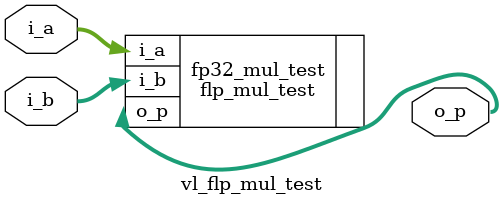
<source format=v>
/*
 * Copyright (c) 2020 The VxEngine Project. All rights reserved.
 *
 * Redistribution and use in source and binary forms, with or without
 * modification, are permitted provided that the following conditions
 * are met:
 * 1. Redistributions of source code must retain the above copyright
 *    notice, this list of conditions and the following disclaimer.
 * 2. Redistributions in binary form must reproduce the above copyright
 *    notice, this list of conditions and the following disclaimer in the
 *    documentation and/or other materials provided with the distribution.
 *
 * THIS SOFTWARE IS PROVIDED BY THE AUTHOR AND CONTRIBUTORS ``AS IS'' AND
 * ANY EXPRESS OR IMPLIED WARRANTIES, INCLUDING, BUT NOT LIMITED TO, THE
 * IMPLIED WARRANTIES OF MERCHANTABILITY AND FITNESS FOR A PARTICULAR PURPOSE
 * ARE DISCLAIMED.  IN NO EVENT SHALL THE AUTHOR OR CONTRIBUTORS BE LIABLE
 * FOR ANY DIRECT, INDIRECT, INCIDENTAL, SPECIAL, EXEMPLARY, OR CONSEQUENTIAL
 * DAMAGES (INCLUDING, BUT NOT LIMITED TO, PROCUREMENT OF SUBSTITUTE GOODS
 * OR SERVICES; LOSS OF USE, DATA, OR PROFITS; OR BUSINESS INTERRUPTION)
 * HOWEVER CAUSED AND ON ANY THEORY OF LIABILITY, WHETHER IN CONTRACT, STRICT
 * LIABILITY, OR TORT (INCLUDING NEGLIGENCE OR OTHERWISE) ARISING IN ANY WAY
 * OUT OF THE USE OF THIS SOFTWARE, EVEN IF ADVISED OF THE POSSIBILITY OF
 * SUCH DAMAGE.
 */

/*
 * Floating point multiplication logic test
 */

module vl_flp_mul_test(
	i_a,
	i_b,
	o_p
);
/* Inputs */
input wire [31:0]	i_a;
input wire [31:0]	i_b;
/* Outputs */
output wire [31:0]	o_p;


/* FP32 multiplication test instance */
flp_mul_test #(
	.EWIDTH(8),
	.SWIDTH(23),
	.RSWIDTH(2)
) fp32_mul_test (
	.i_a(i_a),
	.i_b(i_b),
	.o_p(o_p)
);


endmodule /* vl_flp_mul_test */

</source>
